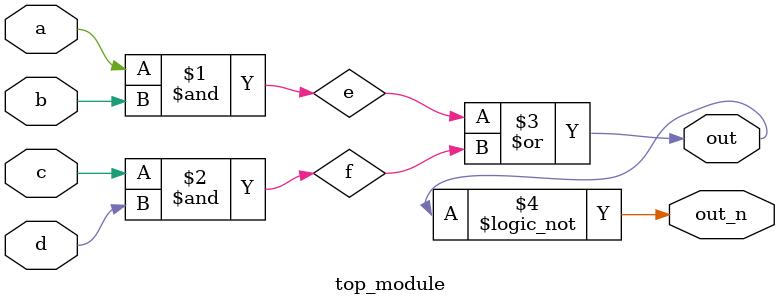
<source format=v>
`default_nettype none
module top_module(
    input a,
    input b,
    input c,
    input d,
    output out,
    output out_n   ); 
     wire e,f,g;
     assign e=a&b;
     assign f=c&d;
     assign out=e|f;
     assign out_n=!out;

endmodule
</source>
